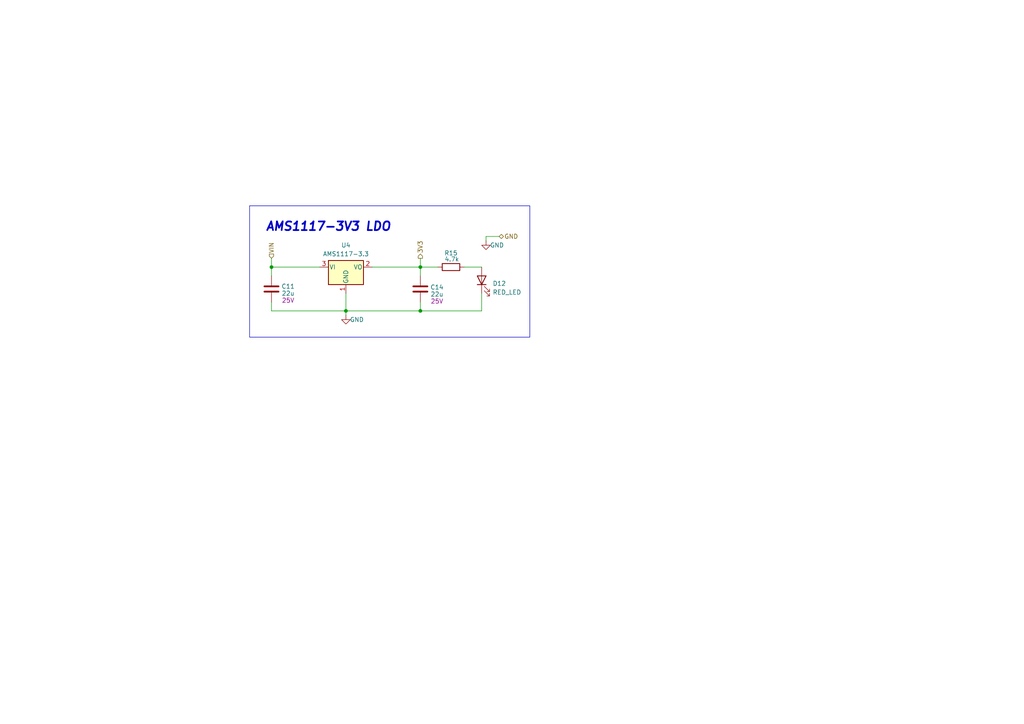
<source format=kicad_sch>
(kicad_sch (version 20250114) (generator "eeschema") (generator_version "9.0")
  (paper "A4")
  (lib_symbols
    (symbol "Device:C" (pin_numbers (hide yes)) (pin_names (offset 0.254))
      (property "Reference" "C" (at 0.635 2.54 0))
      (property "Value" "C" (at 0.635 -2.54 0))
      (symbol "C_0_1"
        (polyline (pts (xy -2.032 0.762) (xy 2.032 0.762)) (stroke (width 0.508)))
        (polyline (pts (xy -2.032 -0.762) (xy 2.032 -0.762)) (stroke (width 0.508)))
      )
      (symbol "C_1_1"
        (pin passive line (at 0 3.81 270) (length 2.794) (name "~") (number "1"))
        (pin passive line (at 0 -3.81 90) (length 2.794) (name "~") (number "2"))
      )
    )
    (symbol "Device:LED" (pin_numbers (hide yes)) (pin_names (offset 1.016) (hide yes))
      (property "Reference" "D" (at 0 2.54 0))
      (property "Value" "LED" (at 0 -2.54 0))
      (symbol "LED_0_1"
        (polyline (pts (xy -3.048 -0.762) (xy -4.572 -2.286) (xy -3.81 -2.286) (xy -4.572 -2.286) (xy -4.572 -1.524)))
        (polyline (pts (xy -1.778 -0.762) (xy -3.302 -2.286) (xy -2.54 -2.286) (xy -3.302 -2.286) (xy -3.302 -1.524)))
        (polyline (pts (xy -1.27 0) (xy 1.27 0)))
        (polyline (pts (xy -1.27 -1.27) (xy -1.27 1.27)) (stroke (width 0.254)))
        (polyline (pts (xy 1.27 -1.27) (xy 1.27 1.27) (xy -1.27 0) (xy 1.27 -1.27)) (stroke (width 0.254)))
      )
      (symbol "LED_1_1"
        (pin passive line (at -3.81 0 0) (length 2.54) (name "K") (number "1"))
        (pin passive line (at 3.81 0 180) (length 2.54) (name "A") (number "2"))
      )
    )
    (symbol "Device:R" (pin_numbers (hide yes)) (pin_names (offset 0))
      (property "Reference" "R" (at 2.032 0 90))
      (property "Value" "R" (at 0 0 90))
      (symbol "R_0_1"
        (rectangle (start -1.016 -2.54) (end 1.016 2.54) (stroke (width 0.254)))
      )
      (symbol "R_1_1"
        (pin passive line (at 0 3.81 270) (length 1.27) (name "~") (number "1"))
        (pin passive line (at 0 -3.81 90) (length 1.27) (name "~") (number "2"))
      )
    )
    (symbol "Regulator_Linear:AMS1117-3.3" (pin_names (offset 0.254))
      (property "Reference" "U" (at -3.81 3.175 0))
      (property "Value" "AMS1117-3.3" (at 0 3.175 0))
      (symbol "AMS1117-3.3_0_1"
        (rectangle (start -5.08 -5.08) (end 5.08 1.905) (stroke (width 0.254)) (fill (type background)))
      )
      (symbol "AMS1117-3.3_1_1"
        (pin power_in line (at -7.62 0 0) (length 2.54) (name "VI") (number "3"))
        (pin power_in line (at 0 -7.62 90) (length 2.54) (name "GND") (number "1"))
        (pin power_out line (at 7.62 0 180) (length 2.54) (name "VO") (number "2"))
      )
    )
    (symbol "power:GND" (power) (pin_names (offset 0))
      (property "Value" "GND" (at 0 -3.81 0))
      (symbol "GND_0_1"
        (polyline (pts (xy 0 0) (xy 0 -1.27) (xy 1.27 -1.27) (xy 0 -2.54) (xy -1.27 -1.27) (xy 0 -1.27)))
      )
      (symbol "GND_1_1"
        (pin power_in line (at 0 0 270) (length 0) (hide yes) (name "GND") (number "1"))
      )
    )
  )
  (rectangle (start 72.39 59.69) (end 153.67 97.79))
  (text "AMS1117-3V3 LDO\n" (at 76.962 67.31 0) (effects (font (size 2.5 2.5) (thickness 0.5) (bold yes) (italic yes)) (justify left bottom)))
  (junction (at 78.74 77.47))
  (junction (at 121.92 77.47))
  (junction (at 100.33 90.17))
  (junction (at 121.92 90.17))
  (wire (pts (xy 78.74 90.17) (xy 100.33 90.17)))
  (wire (pts (xy 107.95 77.47) (xy 121.92 77.47)))
  (wire (pts (xy 100.33 90.17) (xy 121.92 90.17)))
  (wire (pts (xy 78.74 74.93) (xy 78.74 77.47)))
  (wire (pts (xy 78.74 90.17) (xy 78.74 87.63)))
  (wire (pts (xy 78.74 77.47) (xy 92.71 77.47)))
  (wire (pts (xy 140.97 68.58) (xy 144.78 68.58)))
  (wire (pts (xy 121.92 74.93) (xy 121.92 77.47)))
  (wire (pts (xy 134.62 77.47) (xy 139.7 77.47)))
  (wire (pts (xy 100.33 91.44) (xy 100.33 90.17)))
  (wire (pts (xy 121.92 90.17) (xy 139.7 90.17)))
  (wire (pts (xy 100.33 85.09) (xy 100.33 90.17)))
  (wire (pts (xy 139.7 85.09) (xy 139.7 90.17)))
  (wire (pts (xy 121.92 87.63) (xy 121.92 90.17)))
  (wire (pts (xy 121.92 77.47) (xy 127 77.47)))
  (wire (pts (xy 140.97 69.85) (xy 140.97 68.58)))
  (wire (pts (xy 121.92 80.01) (xy 121.92 77.47)))
  (wire (pts (xy 78.74 80.01) (xy 78.74 77.47)))
  (hierarchical_label "3V3" (shape output) (at 121.92 74.93 90))
  (hierarchical_label "GND" (shape bidirectional) (at 144.78 68.58 0))
  (hierarchical_label "VIN" (shape input) (at 78.74 74.93 90))
  (symbol (lib_id "Device:C") (at 121.92 83.82 180) (unit 1)
    (property "Reference" "C14" (at 126.746 83.312 0))
    (property "Value" "22u" (at 126.746 85.344 0))
    (property "Footprint" "Capacitor_SMD:C_1206_3216Metric" (effects (hide yes)))
    (property "LCSC Part #" "C12891" (effects (hide yes)))
    (property "MPN" "CL31A226KAHNNNE " (effects (hide yes)))
    (property "Voltage" "25V" (at 126.746 87.376 0))
  )
  (symbol (lib_id "Device:LED") (at 139.7 81.28 90) (unit 1)
    (property "Reference" "D12" (at 142.875 82.2325 90) (effects (justify right)))
    (property "Value" "RED_LED" (at 142.875 84.7725 90) (effects (justify right)))
    (property "Footprint" "LED_SMD:LED_0603_1608Metric" (effects (hide yes)))
    (property "LCSC Part #" "C6784992" (effects (hide yes)))
    (property "MPN" "150060SS75000" (effects (hide yes)))
  )
  (symbol (lib_id "Regulator_Linear:AMS1117-3.3") (at 100.33 77.47 0) (unit 1)
    (property "Reference" "U4" (at 100.33 71.12 0))
    (property "Value" "AMS1117-3.3" (at 100.33 73.66 0))
    (property "Footprint" "Package_TO_SOT_SMD:SOT-223-3_TabPin2" (effects (hide yes)))
    (property "Datasheet" "http://www.advanced-monolithic.com/pdf/ds1117.pdf" (effects (hide yes)))
    (property "JLCPCB" "C6186" (effects (hide yes)))
    (property "MPN" "AMS1117-3.3" (effects (hide yes)))
    (property "LCSC Part #" "C6186" (effects (hide yes)))
  )
  (symbol (lib_id "Device:R") (at 130.81 77.47 90) (unit 1)
    (property "Reference" "R15" (at 130.81 73.406 90))
    (property "Value" "4.7k" (at 131.064 75.184 90))
    (property "Footprint" "Resistor_SMD:R_0603_1608Metric" (effects (hide yes)))
    (property "LCSC Part #" "C23162" (effects (hide yes)))
    (property "MPN" "0603WAF4701T5E" (effects (hide yes)))
  )
  (symbol (lib_id "Device:C") (at 78.74 83.82 180) (unit 1)
    (property "Reference" "C11" (at 83.566 83.058 0))
    (property "Value" "22u" (at 83.566 85.09 0))
    (property "Footprint" "Capacitor_SMD:C_1206_3216Metric" (effects (hide yes)))
    (property "LCSC Part #" "C12891" (effects (hide yes)))
    (property "MPN" "CL31A226KAHNNNE " (effects (hide yes)))
    (property "Voltage" "25V" (at 83.566 87.122 0))
  )
  (symbol (lib_id "power:GND") (at 140.97 69.85 0) (unit 1)
    (property "Reference" "#PWR018" (effects (hide yes)))
    (property "Value" "GND" (at 144.145 71.12 0))
  )
  (symbol (lib_id "power:GND") (at 100.33 91.44 0) (unit 1)
    (property "Reference" "#PWR017" (effects (hide yes)))
    (property "Value" "GND" (at 103.505 92.71 0))
  )
)
</source>
